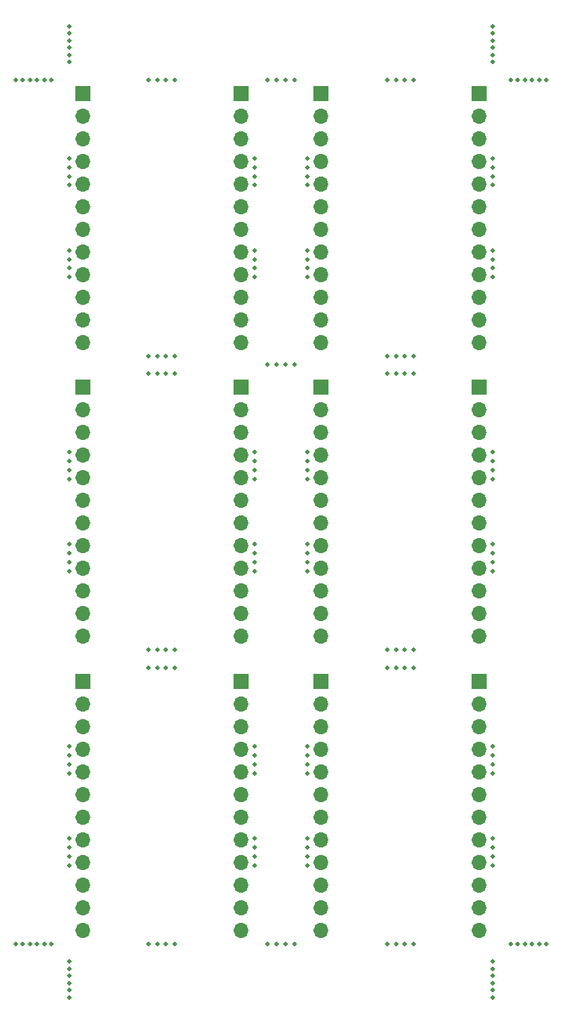
<source format=gbr>
%TF.GenerationSoftware,KiCad,Pcbnew,(6.0.0)*%
%TF.CreationDate,2022-01-18T21:24:02-05:00*%
%TF.ProjectId,WSOIC-24_7.5mm PANEL,57534f49-432d-4323-945f-372e356d6d20,rev?*%
%TF.SameCoordinates,Original*%
%TF.FileFunction,Soldermask,Bot*%
%TF.FilePolarity,Negative*%
%FSLAX46Y46*%
G04 Gerber Fmt 4.6, Leading zero omitted, Abs format (unit mm)*
G04 Created by KiCad (PCBNEW (6.0.0)) date 2022-01-18 21:24:02*
%MOMM*%
%LPD*%
G01*
G04 APERTURE LIST*
%ADD10C,0.500000*%
%ADD11R,1.700000X1.700000*%
%ADD12O,1.700000X1.700000*%
G04 APERTURE END LIST*
D10*
%TO.C,REF\u002A\u002A*%
X66412512Y-112310336D03*
%TD*%
%TO.C,REF\u002A\u002A*%
X77326002Y-98480051D03*
%TD*%
%TO.C,REF\u002A\u002A*%
X60410376Y-120639672D03*
%TD*%
%TO.C,REF\u002A\u002A*%
X39588375Y-87651002D03*
%TD*%
%TO.C,REF\u002A\u002A*%
X62911998Y-66491999D03*
%TD*%
%TO.C,REF\u002A\u002A*%
X39588108Y-122639672D03*
%TD*%
%TO.C,REF\u002A\u002A*%
X87239690Y-54664331D03*
%TD*%
%TO.C,REF\u002A\u002A*%
X66412245Y-110310336D03*
%TD*%
%TO.C,REF\u002A\u002A*%
X63911998Y-34504998D03*
%TD*%
%TO.C,REF\u002A\u002A*%
X89240003Y-34506998D03*
%TD*%
%TO.C,REF\u002A\u002A*%
X77326002Y-100481953D03*
%TD*%
%TO.C,REF\u002A\u002A*%
X66413491Y-53664331D03*
%TD*%
D11*
%TO.C,J2*%
X85718004Y-69018003D03*
D12*
X85718004Y-71558003D03*
X85718004Y-74098003D03*
X85718004Y-76638003D03*
X85718004Y-79178003D03*
X85718004Y-81718003D03*
X85718004Y-84258003D03*
X85718004Y-86798003D03*
X85718004Y-89338003D03*
X85718004Y-91878003D03*
X85718004Y-94418003D03*
X85718004Y-96958003D03*
%TD*%
D10*
%TO.C,REF\u002A\u002A*%
X39588108Y-56664331D03*
%TD*%
%TO.C,REF\u002A\u002A*%
X76326002Y-65490897D03*
%TD*%
%TO.C,REF\u002A\u002A*%
X49499997Y-67493102D03*
%TD*%
%TO.C,REF\u002A\u002A*%
X49499997Y-98479951D03*
%TD*%
%TO.C,REF\u002A\u002A*%
X51499997Y-67492698D03*
%TD*%
%TO.C,REF\u002A\u002A*%
X66412245Y-77321001D03*
%TD*%
%TO.C,REF\u002A\u002A*%
X35987597Y-131469009D03*
%TD*%
%TO.C,REF\u002A\u002A*%
X66413491Y-86651002D03*
%TD*%
%TO.C,REF\u002A\u002A*%
X66412378Y-78321001D03*
%TD*%
%TO.C,REF\u002A\u002A*%
X87239756Y-86651002D03*
%TD*%
%TO.C,REF\u002A\u002A*%
X76326002Y-98479950D03*
%TD*%
%TO.C,REF\u002A\u002A*%
X49499997Y-65490898D03*
%TD*%
%TO.C,REF\u002A\u002A*%
X51499997Y-131469004D03*
%TD*%
%TO.C,REF\u002A\u002A*%
X35187397Y-131469009D03*
%TD*%
%TO.C,REF\u002A\u002A*%
X78326002Y-98480153D03*
%TD*%
%TO.C,REF\u002A\u002A*%
X87240313Y-111310336D03*
%TD*%
D11*
%TO.C,J2*%
X58889997Y-69018003D03*
D12*
X58889997Y-71558003D03*
X58889997Y-74098003D03*
X58889997Y-76638003D03*
X58889997Y-79178003D03*
X58889997Y-81718003D03*
X58889997Y-84258003D03*
X58889997Y-86798003D03*
X58889997Y-89338003D03*
X58889997Y-91878003D03*
X58889997Y-94418003D03*
X58889997Y-96958003D03*
%TD*%
D10*
%TO.C,REF\u002A\u002A*%
X87240447Y-43335664D03*
%TD*%
%TO.C,REF\u002A\u002A*%
X87239556Y-89651002D03*
%TD*%
%TO.C,REF\u002A\u002A*%
X48499997Y-65490696D03*
%TD*%
%TO.C,REF\u002A\u002A*%
X35187397Y-34506998D03*
%TD*%
%TO.C,REF\u002A\u002A*%
X49499997Y-131469003D03*
%TD*%
%TO.C,REF\u002A\u002A*%
X66412111Y-76321001D03*
%TD*%
%TO.C,REF\u002A\u002A*%
X92440803Y-34506998D03*
%TD*%
%TO.C,REF\u002A\u002A*%
X39588509Y-119639672D03*
%TD*%
%TO.C,REF\u002A\u002A*%
X66412379Y-45335664D03*
%TD*%
%TO.C,REF\u002A\u002A*%
X50499997Y-65491100D03*
%TD*%
%TO.C,REF\u002A\u002A*%
X87241008Y-136670807D03*
%TD*%
%TO.C,REF\u002A\u002A*%
X39588242Y-88651002D03*
%TD*%
%TO.C,REF\u002A\u002A*%
X87241008Y-30905598D03*
%TD*%
%TO.C,REF\u002A\u002A*%
X77326002Y-65491099D03*
%TD*%
%TO.C,REF\u002A\u002A*%
X37587997Y-131469009D03*
%TD*%
%TO.C,REF\u002A\u002A*%
X91640603Y-131469009D03*
%TD*%
%TO.C,REF\u002A\u002A*%
X87241008Y-135070407D03*
%TD*%
%TO.C,REF\u002A\u002A*%
X62911998Y-131471007D03*
%TD*%
%TO.C,REF\u002A\u002A*%
X87240247Y-112310336D03*
%TD*%
%TO.C,REF\u002A\u002A*%
X63911998Y-66491999D03*
%TD*%
%TO.C,REF\u002A\u002A*%
X51499997Y-98480153D03*
%TD*%
%TO.C,REF\u002A\u002A*%
X39589754Y-44335664D03*
%TD*%
%TO.C,REF\u002A\u002A*%
X87241008Y-133470007D03*
%TD*%
%TO.C,REF\u002A\u002A*%
X87241008Y-28504998D03*
%TD*%
%TO.C,REF\u002A\u002A*%
X78326002Y-131469004D03*
%TD*%
%TO.C,REF\u002A\u002A*%
X60410376Y-87651002D03*
%TD*%
%TO.C,REF\u002A\u002A*%
X66413625Y-120639672D03*
%TD*%
%TO.C,REF\u002A\u002A*%
X87241008Y-134270207D03*
%TD*%
%TO.C,REF\u002A\u002A*%
X66413625Y-54664331D03*
%TD*%
%TO.C,REF\u002A\u002A*%
X77326002Y-67492900D03*
%TD*%
%TO.C,REF\u002A\u002A*%
X87241008Y-32505998D03*
%TD*%
D11*
%TO.C,J1*%
X41109997Y-36029998D03*
D12*
X41109997Y-38569998D03*
X41109997Y-41109998D03*
X41109997Y-43649998D03*
X41109997Y-46189998D03*
X41109997Y-48729998D03*
X41109997Y-51269998D03*
X41109997Y-53809998D03*
X41109997Y-56349998D03*
X41109997Y-58889998D03*
X41109997Y-61429998D03*
X41109997Y-63969998D03*
%TD*%
D10*
%TO.C,REF\u002A\u002A*%
X39588108Y-89651002D03*
%TD*%
%TO.C,REF\u002A\u002A*%
X66413892Y-56664331D03*
%TD*%
%TO.C,REF\u002A\u002A*%
X34387197Y-131469009D03*
%TD*%
D11*
%TO.C,J2*%
X85718004Y-102006008D03*
D12*
X85718004Y-104546008D03*
X85718004Y-107086008D03*
X85718004Y-109626008D03*
X85718004Y-112166008D03*
X85718004Y-114706008D03*
X85718004Y-117246008D03*
X85718004Y-119786008D03*
X85718004Y-122326008D03*
X85718004Y-124866008D03*
X85718004Y-127406008D03*
X85718004Y-129946008D03*
%TD*%
D10*
%TO.C,REF\u002A\u002A*%
X66413625Y-87651002D03*
%TD*%
%TO.C,REF\u002A\u002A*%
X78326002Y-34509302D03*
%TD*%
%TO.C,REF\u002A\u002A*%
X39588242Y-121639672D03*
%TD*%
%TO.C,REF\u002A\u002A*%
X87239556Y-122639672D03*
%TD*%
%TO.C,REF\u002A\u002A*%
X87239756Y-119639672D03*
%TD*%
%TO.C,REF\u002A\u002A*%
X39589488Y-112310336D03*
%TD*%
%TO.C,REF\u002A\u002A*%
X75326002Y-98479849D03*
%TD*%
%TO.C,REF\u002A\u002A*%
X39586997Y-30105398D03*
%TD*%
%TO.C,REF\u002A\u002A*%
X64911998Y-131471007D03*
%TD*%
%TO.C,REF\u002A\u002A*%
X50499997Y-34509099D03*
%TD*%
%TO.C,REF\u002A\u002A*%
X76326002Y-67493102D03*
%TD*%
%TO.C,REF\u002A\u002A*%
X60411620Y-45335664D03*
%TD*%
D11*
%TO.C,J2*%
X58889997Y-102006008D03*
D12*
X58889997Y-104546008D03*
X58889997Y-107086008D03*
X58889997Y-109626008D03*
X58889997Y-112166008D03*
X58889997Y-114706008D03*
X58889997Y-117246008D03*
X58889997Y-119786008D03*
X58889997Y-122326008D03*
X58889997Y-124866008D03*
X58889997Y-127406008D03*
X58889997Y-129946008D03*
%TD*%
D10*
%TO.C,REF\u002A\u002A*%
X39589621Y-45335664D03*
%TD*%
%TO.C,REF\u002A\u002A*%
X60411754Y-44335664D03*
%TD*%
%TO.C,REF\u002A\u002A*%
X39588375Y-54664331D03*
%TD*%
D11*
%TO.C,J1*%
X41109997Y-69018003D03*
D12*
X41109997Y-71558003D03*
X41109997Y-74098003D03*
X41109997Y-76638003D03*
X41109997Y-79178003D03*
X41109997Y-81718003D03*
X41109997Y-84258003D03*
X41109997Y-86798003D03*
X41109997Y-89338003D03*
X41109997Y-91878003D03*
X41109997Y-94418003D03*
X41109997Y-96958003D03*
%TD*%
D10*
%TO.C,REF\u002A\u002A*%
X39588375Y-120639672D03*
%TD*%
%TO.C,REF\u002A\u002A*%
X39589755Y-110310336D03*
%TD*%
%TO.C,REF\u002A\u002A*%
X63911998Y-131471007D03*
%TD*%
%TO.C,REF\u002A\u002A*%
X64911998Y-34504998D03*
%TD*%
%TO.C,REF\u002A\u002A*%
X60410109Y-122639672D03*
%TD*%
%TO.C,REF\u002A\u002A*%
X77326002Y-131469004D03*
%TD*%
%TO.C,REF\u002A\u002A*%
X49499997Y-34508897D03*
%TD*%
%TO.C,REF\u002A\u002A*%
X60410243Y-55664331D03*
%TD*%
%TO.C,REF\u002A\u002A*%
X78326002Y-65491301D03*
%TD*%
%TO.C,REF\u002A\u002A*%
X61911998Y-66491999D03*
%TD*%
%TO.C,REF\u002A\u002A*%
X87240380Y-44335664D03*
%TD*%
D11*
%TO.C,J1*%
X41109997Y-102006008D03*
D12*
X41109997Y-104546008D03*
X41109997Y-107086008D03*
X41109997Y-109626008D03*
X41109997Y-112166008D03*
X41109997Y-114706008D03*
X41109997Y-117246008D03*
X41109997Y-119786008D03*
X41109997Y-122326008D03*
X41109997Y-124866008D03*
X41109997Y-127406008D03*
X41109997Y-129946008D03*
%TD*%
D10*
%TO.C,REF\u002A\u002A*%
X90040203Y-131469009D03*
%TD*%
%TO.C,REF\u002A\u002A*%
X89240003Y-131469009D03*
%TD*%
%TO.C,REF\u002A\u002A*%
X87240247Y-79321001D03*
%TD*%
%TO.C,REF\u002A\u002A*%
X39588241Y-55664331D03*
%TD*%
%TO.C,REF\u002A\u002A*%
X76326002Y-34508897D03*
%TD*%
%TO.C,REF\u002A\u002A*%
X39586997Y-133470007D03*
%TD*%
%TO.C,REF\u002A\u002A*%
X50499997Y-98480052D03*
%TD*%
%TO.C,REF\u002A\u002A*%
X39586997Y-137471007D03*
%TD*%
%TO.C,REF\u002A\u002A*%
X87239623Y-88651002D03*
%TD*%
%TO.C,REF\u002A\u002A*%
X78326002Y-100481851D03*
%TD*%
%TO.C,REF\u002A\u002A*%
X48499997Y-131469003D03*
%TD*%
%TO.C,REF\u002A\u002A*%
X66412245Y-44335664D03*
%TD*%
%TO.C,REF\u002A\u002A*%
X87239690Y-120639672D03*
%TD*%
%TO.C,REF\u002A\u002A*%
X39589888Y-76321001D03*
%TD*%
%TO.C,REF\u002A\u002A*%
X33586997Y-34506998D03*
%TD*%
%TO.C,REF\u002A\u002A*%
X60411887Y-43335664D03*
%TD*%
%TO.C,REF\u002A\u002A*%
X61911998Y-131471007D03*
%TD*%
%TO.C,REF\u002A\u002A*%
X39589888Y-109310336D03*
%TD*%
%TO.C,REF\u002A\u002A*%
X60410242Y-88651002D03*
%TD*%
%TO.C,REF\u002A\u002A*%
X66412512Y-46335664D03*
%TD*%
%TO.C,REF\u002A\u002A*%
X39586997Y-135070407D03*
%TD*%
%TO.C,REF\u002A\u002A*%
X48499997Y-98479850D03*
%TD*%
%TO.C,REF\u002A\u002A*%
X91640603Y-34506998D03*
%TD*%
%TO.C,REF\u002A\u002A*%
X60411487Y-46335664D03*
%TD*%
%TO.C,REF\u002A\u002A*%
X39589487Y-46335664D03*
%TD*%
%TO.C,REF\u002A\u002A*%
X48499997Y-100482156D03*
%TD*%
%TO.C,REF\u002A\u002A*%
X87241008Y-30105398D03*
%TD*%
%TO.C,REF\u002A\u002A*%
X87240313Y-78321001D03*
%TD*%
%TO.C,REF\u002A\u002A*%
X60411753Y-110310336D03*
%TD*%
%TO.C,REF\u002A\u002A*%
X75326002Y-100482156D03*
%TD*%
%TO.C,REF\u002A\u002A*%
X49499997Y-100482054D03*
%TD*%
%TO.C,REF\u002A\u002A*%
X75326002Y-65490696D03*
%TD*%
%TO.C,REF\u002A\u002A*%
X64911998Y-66491999D03*
%TD*%
%TO.C,REF\u002A\u002A*%
X36787797Y-131469009D03*
%TD*%
%TO.C,REF\u002A\u002A*%
X93241003Y-34506998D03*
%TD*%
%TO.C,REF\u002A\u002A*%
X66412112Y-43335664D03*
%TD*%
%TO.C,REF\u002A\u002A*%
X35987597Y-34506998D03*
%TD*%
%TO.C,REF\u002A\u002A*%
X60410510Y-53664331D03*
%TD*%
%TO.C,REF\u002A\u002A*%
X87239757Y-53664331D03*
%TD*%
%TO.C,REF\u002A\u002A*%
X87241008Y-135870607D03*
%TD*%
%TO.C,REF\u002A\u002A*%
X33586997Y-131469009D03*
%TD*%
%TO.C,REF\u002A\u002A*%
X60410110Y-56664331D03*
%TD*%
%TO.C,REF\u002A\u002A*%
X87241008Y-29305198D03*
%TD*%
%TO.C,REF\u002A\u002A*%
X62911998Y-34504998D03*
%TD*%
%TO.C,REF\u002A\u002A*%
X60411754Y-77321001D03*
%TD*%
%TO.C,REF\u002A\u002A*%
X87239556Y-56664331D03*
%TD*%
%TO.C,REF\u002A\u002A*%
X34387197Y-34506998D03*
%TD*%
%TO.C,REF\u002A\u002A*%
X90840403Y-131469009D03*
%TD*%
%TO.C,REF\u002A\u002A*%
X78326002Y-67492698D03*
%TD*%
%TO.C,REF\u002A\u002A*%
X48499997Y-67493304D03*
%TD*%
%TO.C,REF\u002A\u002A*%
X60410243Y-121639672D03*
%TD*%
%TO.C,REF\u002A\u002A*%
X87239623Y-55664331D03*
%TD*%
%TO.C,REF\u002A\u002A*%
X39586997Y-136670807D03*
%TD*%
%TO.C,REF\u002A\u002A*%
X39589488Y-79321001D03*
%TD*%
%TO.C,REF\u002A\u002A*%
X87240247Y-46335664D03*
%TD*%
%TO.C,REF\u002A\u002A*%
X39589888Y-43335664D03*
%TD*%
%TO.C,REF\u002A\u002A*%
X87241008Y-137471007D03*
%TD*%
%TO.C,REF\u002A\u002A*%
X87240313Y-45335664D03*
%TD*%
%TO.C,REF\u002A\u002A*%
X76326002Y-131469003D03*
%TD*%
%TO.C,REF\u002A\u002A*%
X60410109Y-89651002D03*
%TD*%
%TO.C,REF\u002A\u002A*%
X51499997Y-34509301D03*
%TD*%
%TO.C,REF\u002A\u002A*%
X39589621Y-78321001D03*
%TD*%
%TO.C,REF\u002A\u002A*%
X60411487Y-112310336D03*
%TD*%
%TO.C,REF\u002A\u002A*%
X39588509Y-86651002D03*
%TD*%
%TO.C,REF\u002A\u002A*%
X39586997Y-29305198D03*
%TD*%
%TO.C,REF\u002A\u002A*%
X39586997Y-135870607D03*
%TD*%
%TO.C,REF\u002A\u002A*%
X60410376Y-54664331D03*
%TD*%
%TO.C,REF\u002A\u002A*%
X90840403Y-34506998D03*
%TD*%
%TO.C,REF\u002A\u002A*%
X93241003Y-131469009D03*
%TD*%
%TO.C,REF\u002A\u002A*%
X92440803Y-131469009D03*
%TD*%
%TO.C,REF\u002A\u002A*%
X66412378Y-111310336D03*
%TD*%
%TO.C,REF\u002A\u002A*%
X39588508Y-53664331D03*
%TD*%
%TO.C,REF\u002A\u002A*%
X66413758Y-121639672D03*
%TD*%
%TO.C,REF\u002A\u002A*%
X48499997Y-34508695D03*
%TD*%
%TO.C,REF\u002A\u002A*%
X60411620Y-78321001D03*
%TD*%
%TO.C,REF\u002A\u002A*%
X76326002Y-100482054D03*
%TD*%
%TO.C,REF\u002A\u002A*%
X66413758Y-55664331D03*
%TD*%
%TO.C,REF\u002A\u002A*%
X60411620Y-111310336D03*
%TD*%
%TO.C,REF\u002A\u002A*%
X61911998Y-34504998D03*
%TD*%
D11*
%TO.C,J2*%
X85718004Y-36029998D03*
D12*
X85718004Y-38569998D03*
X85718004Y-41109998D03*
X85718004Y-43649998D03*
X85718004Y-46189998D03*
X85718004Y-48729998D03*
X85718004Y-51269998D03*
X85718004Y-53809998D03*
X85718004Y-56349998D03*
X85718004Y-58889998D03*
X85718004Y-61429998D03*
X85718004Y-63969998D03*
%TD*%
D10*
%TO.C,REF\u002A\u002A*%
X50499997Y-100481953D03*
%TD*%
%TO.C,REF\u002A\u002A*%
X66413892Y-122639672D03*
%TD*%
%TO.C,REF\u002A\u002A*%
X60411887Y-109310336D03*
%TD*%
%TO.C,REF\u002A\u002A*%
X37587997Y-34506998D03*
%TD*%
D11*
%TO.C,J1*%
X67938004Y-36029998D03*
D12*
X67938004Y-38569998D03*
X67938004Y-41109998D03*
X67938004Y-43649998D03*
X67938004Y-46189998D03*
X67938004Y-48729998D03*
X67938004Y-51269998D03*
X67938004Y-53809998D03*
X67938004Y-56349998D03*
X67938004Y-58889998D03*
X67938004Y-61429998D03*
X67938004Y-63969998D03*
%TD*%
D10*
%TO.C,REF\u002A\u002A*%
X75326002Y-34508695D03*
%TD*%
%TO.C,REF\u002A\u002A*%
X87241008Y-31705798D03*
%TD*%
%TO.C,REF\u002A\u002A*%
X36787797Y-34506998D03*
%TD*%
%TO.C,REF\u002A\u002A*%
X60410509Y-86651002D03*
%TD*%
%TO.C,REF\u002A\u002A*%
X87240447Y-76321001D03*
%TD*%
%TO.C,REF\u002A\u002A*%
X75326002Y-67493304D03*
%TD*%
%TO.C,REF\u002A\u002A*%
X39586997Y-28504998D03*
%TD*%
%TO.C,REF\u002A\u002A*%
X77326002Y-34509100D03*
%TD*%
%TO.C,REF\u002A\u002A*%
X39586997Y-32505998D03*
%TD*%
%TO.C,REF\u002A\u002A*%
X75326002Y-131469003D03*
%TD*%
D11*
%TO.C,J1*%
X67938004Y-102006008D03*
D12*
X67938004Y-104546008D03*
X67938004Y-107086008D03*
X67938004Y-109626008D03*
X67938004Y-112166008D03*
X67938004Y-114706008D03*
X67938004Y-117246008D03*
X67938004Y-119786008D03*
X67938004Y-122326008D03*
X67938004Y-124866008D03*
X67938004Y-127406008D03*
X67938004Y-129946008D03*
%TD*%
D10*
%TO.C,REF\u002A\u002A*%
X60411487Y-79321001D03*
%TD*%
%TO.C,REF\u002A\u002A*%
X90040203Y-34506998D03*
%TD*%
D11*
%TO.C,J1*%
X67938004Y-69018003D03*
D12*
X67938004Y-71558003D03*
X67938004Y-74098003D03*
X67938004Y-76638003D03*
X67938004Y-79178003D03*
X67938004Y-81718003D03*
X67938004Y-84258003D03*
X67938004Y-86798003D03*
X67938004Y-89338003D03*
X67938004Y-91878003D03*
X67938004Y-94418003D03*
X67938004Y-96958003D03*
%TD*%
D10*
%TO.C,REF\u002A\u002A*%
X39586997Y-31705798D03*
%TD*%
%TO.C,REF\u002A\u002A*%
X87239690Y-87651002D03*
%TD*%
%TO.C,REF\u002A\u002A*%
X87240380Y-110310336D03*
%TD*%
%TO.C,REF\u002A\u002A*%
X51499997Y-100481852D03*
%TD*%
%TO.C,REF\u002A\u002A*%
X39586997Y-30905598D03*
%TD*%
%TO.C,REF\u002A\u002A*%
X66412512Y-79321001D03*
%TD*%
%TO.C,REF\u002A\u002A*%
X66412111Y-109310336D03*
%TD*%
%TO.C,REF\u002A\u002A*%
X50499997Y-67492900D03*
%TD*%
%TO.C,REF\u002A\u002A*%
X39589621Y-111310336D03*
%TD*%
%TO.C,REF\u002A\u002A*%
X60410509Y-119639672D03*
%TD*%
%TO.C,REF\u002A\u002A*%
X39586997Y-134270207D03*
%TD*%
%TO.C,REF\u002A\u002A*%
X87240447Y-109310336D03*
%TD*%
%TO.C,REF\u002A\u002A*%
X87240380Y-77321001D03*
%TD*%
%TO.C,REF\u002A\u002A*%
X66413892Y-89651002D03*
%TD*%
%TO.C,REF\u002A\u002A*%
X51499997Y-65491302D03*
%TD*%
%TO.C,REF\u002A\u002A*%
X39589755Y-77321001D03*
%TD*%
D11*
%TO.C,J2*%
X58889997Y-36029998D03*
D12*
X58889997Y-38569998D03*
X58889997Y-41109998D03*
X58889997Y-43649998D03*
X58889997Y-46189998D03*
X58889997Y-48729998D03*
X58889997Y-51269998D03*
X58889997Y-53809998D03*
X58889997Y-56349998D03*
X58889997Y-58889998D03*
X58889997Y-61429998D03*
X58889997Y-63969998D03*
%TD*%
D10*
%TO.C,REF\u002A\u002A*%
X60411887Y-76321001D03*
%TD*%
%TO.C,REF\u002A\u002A*%
X87239623Y-121639672D03*
%TD*%
%TO.C,REF\u002A\u002A*%
X66413491Y-119639672D03*
%TD*%
%TO.C,REF\u002A\u002A*%
X66413758Y-88651002D03*
%TD*%
%TO.C,REF\u002A\u002A*%
X50499997Y-131469004D03*
%TD*%
M02*

</source>
